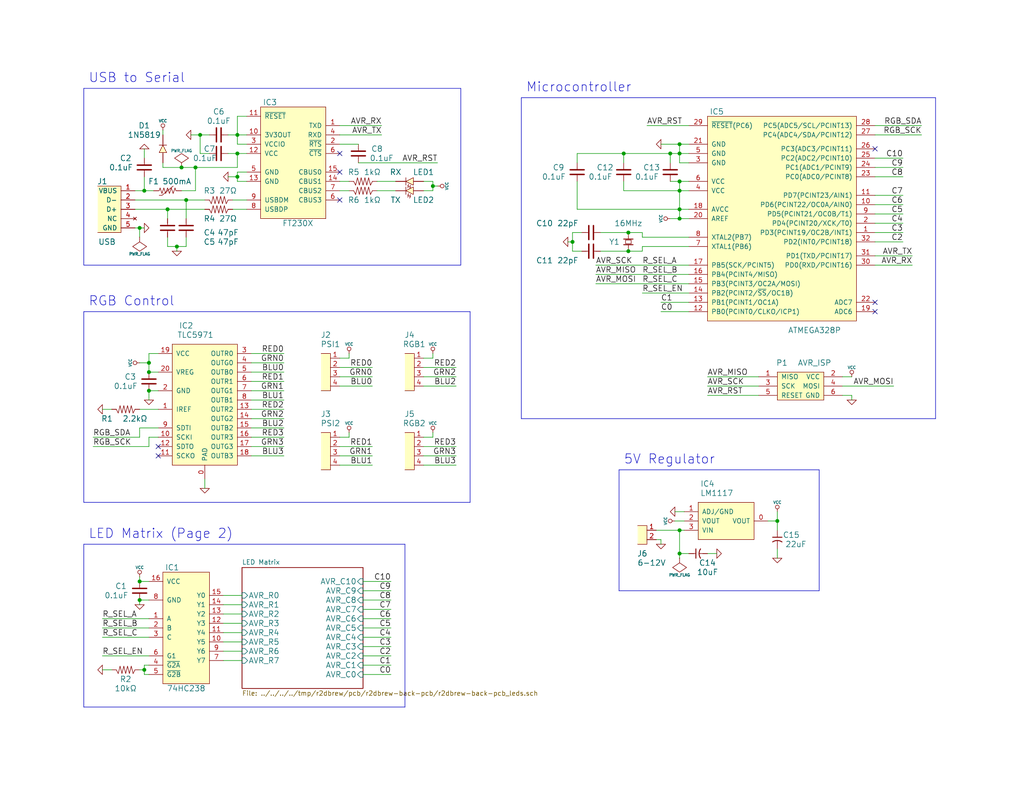
<source format=kicad_sch>
(kicad_sch (version 20230121) (generator eeschema)
  (paper "A")
  (title_block (title "r2dbrew rear head led panel and psi control") (date "01 Apr 2014") (rev "0.1") (company "Wiley Cousins, LLC. for Barton Gilley") (comment 1 "shared under the terms of the Creative Commons Attribution Share-Alike 4.0 license") (comment 2 "open source hardware") (comment 3 "github.com/mcous/r2dbrew"))
  (lib_symbols
    (symbol "r2dbrew-back-pcb-rescue:2PIN_FEMALE" (pin_names (offset 1.016))
      (property "Reference" "J" (at -1.27 5.08 0))
      (property "Value" "2PIN_FEMALE" (at 0 -5.08 0))
      (symbol "2PIN_FEMALE_1_1"
        (pin passive line (at 2.54 1.27 180) (length 2.54) (name "~") (number "1"))
        (pin passive line (at 2.54 -1.27 180) (length 2.54) (name "~") (number "2"))
      )
    )
    (symbol "r2dbrew-back-pcb-rescue:4PIN_FEMALE" (pin_names (offset 1.016))
      (property "Reference" "J" (at -1.27 7.62 0))
      (property "Value" "4PIN_FEMALE" (at 0 -7.62 0))
      (symbol "4PIN_FEMALE_1_1"
        (pin passive line (at 2.54 3.81 180) (length 2.54) (name "~") (number "1"))
        (pin passive line (at 2.54 1.27 180) (length 2.54) (name "~") (number "2"))
        (pin passive line (at 2.54 -1.27 180) (length 2.54) (name "~") (number "3"))
        (pin passive line (at 2.54 -3.81 180) (length 2.54) (name "~") (number "4"))
      )
    )
    (symbol "r2dbrew-back-pcb-rescue:74HC238" (pin_names (offset 1.016))
      (property "Reference" "IC" (at -3.81 16.51 0))
      (property "Value" "74HC238" (at 0 -16.51 0))
      (symbol "74HC238_1_1"
        (pin input line (at -10.16 2.54 0) (length 3.81) (name "A") (number "1"))
        (pin output line (at 10.16 -3.81 180) (length 3.81) (name "Y5") (number "10"))
        (pin output line (at 10.16 -1.27 180) (length 3.81) (name "Y4") (number "11"))
        (pin output line (at 10.16 1.27 180) (length 3.81) (name "Y3") (number "12"))
        (pin output line (at 10.16 3.81 180) (length 3.81) (name "Y2") (number "13"))
        (pin output line (at 10.16 6.35 180) (length 3.81) (name "Y1") (number "14"))
        (pin output line (at 10.16 8.89 180) (length 3.81) (name "Y0") (number "15"))
        (pin power_in line (at -10.16 12.7 0) (length 3.81) (name "VCC") (number "16"))
        (pin input line (at -10.16 0 0) (length 3.81) (name "B") (number "2"))
        (pin input line (at -10.16 -2.54 0) (length 3.81) (name "C") (number "3"))
        (pin input line (at -10.16 -10.16 0) (length 3.81) (name "~{G2A}") (number "4"))
        (pin input line (at -10.16 -12.7 0) (length 3.81) (name "~{G2B}") (number "5"))
        (pin input line (at -10.16 -7.62 0) (length 3.81) (name "G1") (number "6"))
        (pin output line (at 10.16 -8.89 180) (length 3.81) (name "Y7") (number "7"))
        (pin power_in line (at -10.16 7.62 0) (length 3.81) (name "GND") (number "8"))
        (pin output line (at 10.16 -6.35 180) (length 3.81) (name "Y6") (number "9"))
      )
    )
    (symbol "r2dbrew-back-pcb-rescue:ATMEGA328P_TQFP" (pin_names (offset 1.016))
      (property "Reference" "IC" (at -17.78 29.21 0))
      (property "Value" "ATMEGA328P_TQFP" (at 8.89 -30.48 0))
      (symbol "ATMEGA328P_TQFP_1_1"
        (pin bidirectional line (at 25.4 -3.81 180) (length 5.08) (name "PD3(PCINT19/OC2B/INT1)") (number "1"))
        (pin bidirectional line (at 25.4 3.81 180) (length 5.08) (name "PD6(PCINT22/OC0A/AIN0)") (number "10"))
        (pin bidirectional line (at 25.4 6.35 180) (length 5.08) (name "PD7(PCINT23/AIN1)") (number "11"))
        (pin bidirectional line (at -25.4 -25.4 0) (length 5.08) (name "PB0(PCINT0/CLKO/ICP1)") (number "12"))
        (pin bidirectional line (at -25.4 -22.86 0) (length 5.08) (name "PB1(PCINT1/OC1A)") (number "13"))
        (pin bidirectional line (at -25.4 -20.32 0) (length 5.08) (name "PB2(PCINT2/~{SS}/OC1B)") (number "14"))
        (pin bidirectional line (at -25.4 -17.78 0) (length 5.08) (name "PB3(PCINT3/OC2A/MOSI)") (number "15"))
        (pin bidirectional line (at -25.4 -15.24 0) (length 5.08) (name "PB4(PCINT4/MISO)") (number "16"))
        (pin bidirectional line (at -25.4 -12.7 0) (length 5.08) (name "PB5(SCK/PCINT5)") (number "17"))
        (pin power_in line (at -25.4 2.54 0) (length 5.08) (name "AVCC") (number "18"))
        (pin bidirectional line (at 25.4 -25.4 180) (length 5.08) (name "ADC6") (number "19"))
        (pin bidirectional line (at 25.4 -1.27 180) (length 5.08) (name "PD4(PCINT20/XCK/T0)") (number "2"))
        (pin input line (at -25.4 0 0) (length 5.08) (name "AREF") (number "20"))
        (pin power_in line (at -25.4 20.32 0) (length 5.08) (name "GND") (number "21"))
        (pin bidirectional line (at 25.4 -22.86 180) (length 5.08) (name "ADC7") (number "22"))
        (pin bidirectional line (at 25.4 11.43 180) (length 5.08) (name "PC0(ADC0/PCINT8)") (number "23"))
        (pin bidirectional line (at 25.4 13.97 180) (length 5.08) (name "PC1(ADC1/PCINT9)") (number "24"))
        (pin bidirectional line (at 25.4 16.51 180) (length 5.08) (name "PC2(ADC2/PCINT10)") (number "25"))
        (pin bidirectional line (at 25.4 19.05 180) (length 5.08) (name "PC3(ADC3/PCINT11)") (number "26"))
        (pin bidirectional line (at 25.4 22.86 180) (length 5.08) (name "PC4(ADC4/SDA/PCINT12)") (number "27"))
        (pin bidirectional line (at 25.4 25.4 180) (length 5.08) (name "PC5(ADC5/SCL/PCINT13)") (number "28"))
        (pin input line (at -25.4 25.4 0) (length 5.08) (name "~{RESET}(PC6)") (number "29"))
        (pin power_in line (at -25.4 15.24 0) (length 5.08) (name "GND") (number "3"))
        (pin bidirectional line (at 25.4 -12.7 180) (length 5.08) (name "PD0(RXD/PCINT16)") (number "30"))
        (pin bidirectional line (at 25.4 -10.16 180) (length 5.08) (name "PD1(TXD/PCINT17)") (number "31"))
        (pin bidirectional line (at 25.4 -6.35 180) (length 5.08) (name "PD2(INT0/PCINT18)") (number "32"))
        (pin power_in line (at -25.4 7.62 0) (length 5.08) (name "VCC") (number "4"))
        (pin power_in line (at -25.4 17.78 0) (length 5.08) (name "GND") (number "5"))
        (pin power_in line (at -25.4 10.16 0) (length 5.08) (name "VCC") (number "6"))
        (pin input line (at -25.4 -7.62 0) (length 5.08) (name "XTAL1(PB6)") (number "7"))
        (pin input line (at -25.4 -5.08 0) (length 5.08) (name "XTAL2(PB7)") (number "8"))
        (pin bidirectional line (at 25.4 1.27 180) (length 5.08) (name "PD5(PCINT21/OC0B/T1)") (number "9"))
      )
    )
    (symbol "r2dbrew-back-pcb-rescue:AVR_ISP" (pin_names (offset 1.016))
      (property "Reference" "P" (at -5.08 6.35 0))
      (property "Value" "AVR_ISP" (at 1.27 -6.35 0))
      (symbol "AVR_ISP_1_1"
        (pin input line (at -11.43 2.54 0) (length 5.08) (name "MISO") (number "1"))
        (pin power_in line (at 11.43 2.54 180) (length 5.08) (name "VCC") (number "2"))
        (pin output line (at -11.43 0 0) (length 5.08) (name "SCK") (number "3"))
        (pin output line (at 11.43 0 180) (length 5.08) (name "MOSI") (number "4"))
        (pin output line (at -11.43 -2.54 0) (length 5.08) (name "RESET") (number "5"))
        (pin power_in line (at 11.43 -2.54 180) (length 5.08) (name "GND") (number "6"))
      )
    )
    (symbol "r2dbrew-back-pcb-rescue:C" (pin_numbers hide) (pin_names (offset 1.016) hide)
      (property "Reference" "C" (at -1.905 3.175 0))
      (property "Value" "C" (at -2.54 -3.175 0))
      (symbol "C_1_1"
        (pin passive line (at -2.54 0 0) (length 1.27) (name "~") (number "1"))
        (pin passive line (at 2.54 0 180) (length 1.27) (name "~") (number "2"))
      )
    )
    (symbol "r2dbrew-back-pcb-rescue:CRYSTAL" (pin_numbers hide) (pin_names (offset 0.0254) hide)
      (property "Reference" "Y" (at 0 2.54 0))
      (property "Value" "CRYSTAL" (at 0 -2.54 0))
      (symbol "CRYSTAL_1_1"
        (pin passive line (at -2.54 0 0) (length 1.27) (name "1") (number "1"))
        (pin passive line (at 2.54 0 180) (length 1.27) (name "2") (number "2"))
      )
    )
    (symbol "r2dbrew-back-pcb-rescue:C_POL" (pin_numbers hide) (pin_names (offset 1.016) hide)
      (property "Reference" "C" (at -1.397 2.413 0))
      (property "Value" "C_POL" (at 0.254 -2.667 0))
      (symbol "C_POL_1_1"
        (pin passive line (at -2.54 0 0) (length 1.27) (name "~") (number "1"))
        (pin passive line (at 2.54 0 180) (length 1.27) (name "~") (number "2"))
      )
    )
    (symbol "r2dbrew-back-pcb-rescue:D" (pin_numbers hide) (pin_names (offset 1.016) hide)
      (property "Reference" "D" (at -3.81 2.54 0))
      (property "Value" "D" (at 3.81 2.54 0))
      (symbol "D_1_1"
        (pin passive line (at 3.81 0 180) (length 2.54) (name "C") (number "1"))
        (pin passive line (at -3.81 0 0) (length 2.54) (name "A") (number "2"))
      )
    )
    (symbol "r2dbrew-back-pcb-rescue:FT230X_SOP" (pin_names (offset 1.016))
      (property "Reference" "IC" (at -6.35 20.32 0))
      (property "Value" "FT230X_SOP" (at 1.27 -12.7 0))
      (symbol "FT230X_SOP_1_1"
        (pin output line (at 12.7 13.97 180) (length 3.81) (name "TXD") (number "1"))
        (pin power_out line (at -12.7 11.43 0) (length 3.81) (name "3V3OUT") (number "10"))
        (pin input line (at -12.7 16.51 0) (length 3.81) (name "~{RESET}") (number "11"))
        (pin power_in line (at -12.7 6.35 0) (length 3.81) (name "VCC") (number "12"))
        (pin power_in line (at -12.7 -1.27 0) (length 3.81) (name "GND") (number "13"))
        (pin bidirectional line (at 12.7 -1.27 180) (length 3.81) (name "CBUS1") (number "14"))
        (pin bidirectional line (at 12.7 1.27 180) (length 3.81) (name "CBUS0") (number "15"))
        (pin output line (at 12.7 8.89 180) (length 3.81) (name "~{RTS}") (number "2"))
        (pin power_in line (at -12.7 8.89 0) (length 3.81) (name "VCCIO") (number "3"))
        (pin input line (at 12.7 11.43 180) (length 3.81) (name "RXD") (number "4"))
        (pin power_in line (at -12.7 1.27 0) (length 3.81) (name "GND") (number "5"))
        (pin bidirectional line (at 12.7 -6.35 180) (length 3.81) (name "CBUS3") (number "6"))
        (pin output line (at 12.7 6.35 180) (length 3.81) (name "~{CTS}") (number "6"))
        (pin bidirectional line (at 12.7 -3.81 180) (length 3.81) (name "CBUS2") (number "7"))
        (pin input line (at -12.7 -8.89 0) (length 3.81) (name "USBDP") (number "8"))
        (pin input line (at -12.7 -6.35 0) (length 3.81) (name "USBDM") (number "9"))
      )
    )
    (symbol "r2dbrew-back-pcb-rescue:GND" (power) (pin_names (offset 0))
      (symbol "GND_1_1"
        (pin power_in line (at 0 0 90) (length 0) hide (name "GND") (number "1"))
      )
    )
    (symbol "r2dbrew-back-pcb-rescue:LED" (pin_numbers hide) (pin_names (offset 1.016) hide)
      (property "Reference" "LED" (at -3.81 2.54 0))
      (property "Value" "LED" (at 3.81 2.54 0))
      (symbol "LED_1_1"
        (pin passive line (at 3.81 0 180) (length 2.54) (name "C") (number "1"))
        (pin passive line (at -3.81 0 0) (length 2.54) (name "A") (number "2"))
      )
    )
    (symbol "r2dbrew-back-pcb-rescue:LM1117" (pin_names (offset 1.016))
      (property "Reference" "IC" (at -5.08 10.16 0))
      (property "Value" "LM1117" (at -2.54 7.62 0))
      (symbol "LM1117_1_1"
        (pin passive line (at 11.43 0 180) (length 3.81) (name "VOUT") (number "0"))
        (pin passive line (at -11.43 2.54 0) (length 3.81) (name "ADJ/GND") (number "1"))
        (pin power_out line (at -11.43 0 0) (length 3.81) (name "VOUT") (number "2"))
        (pin power_in line (at -11.43 -2.54 0) (length 3.81) (name "VIN") (number "3"))
      )
    )
    (symbol "r2dbrew-back-pcb-rescue:MICROUSB" (pin_names (offset 1.016))
      (property "Reference" "J" (at -3.81 7.62 0))
      (property "Value" "MICROUSB" (at 0 -8.89 0))
      (symbol "MICROUSB_1_1"
        (pin power_out line (at 5.08 5.08 180) (length 3.81) (name "VBUS") (number "1"))
        (pin bidirectional line (at 5.08 2.54 180) (length 3.81) (name "D-") (number "2"))
        (pin bidirectional line (at 5.08 0 180) (length 3.81) (name "D+") (number "3"))
        (pin no_connect line (at 5.08 -2.54 180) (length 3.81) (name "NC") (number "4"))
        (pin power_in line (at 5.08 -5.08 180) (length 3.81) (name "GND") (number "5"))
      )
    )
    (symbol "r2dbrew-back-pcb-rescue:PTC" (pin_numbers hide) (pin_names (offset 1.016) hide)
      (property "Reference" "F" (at -1.27 2.54 0))
      (property "Value" "PTC" (at 0 -2.794 0))
      (symbol "PTC_1_1"
        (pin passive line (at -3.81 0 0) (length 1.27) (name "~") (number "1"))
        (pin passive line (at 3.81 0 180) (length 1.27) (name "~") (number "2"))
      )
    )
    (symbol "r2dbrew-back-pcb-rescue:PWR_FLAG" (power) (pin_numbers hide) (pin_names (offset 0) hide)
      (property "Value" "PWR_FLAG" (at 0 4.572 0))
      (symbol "PWR_FLAG_0_0"
        (pin power_out line (at 0 0 90) (length 0) (name "pwr") (number "1"))
      )
    )
    (symbol "r2dbrew-back-pcb-rescue:R" (pin_numbers hide) (pin_names (offset 1.016) hide)
      (property "Reference" "R" (at -2.54 2.54 0))
      (property "Value" "R" (at 2.54 2.54 0))
      (symbol "R_1_1"
        (pin passive line (at -3.81 0 0) (length 1.27) (name "~") (number "1"))
        (pin passive line (at 3.81 0 180) (length 1.27) (name "~") (number "2"))
      )
    )
    (symbol "r2dbrew-back-pcb-rescue:TLC5971_SOP" (pin_names (offset 1.016))
      (property "Reference" "IC" (at -5.08 21.59 0))
      (property "Value" "TLC5971_SOP" (at 0 19.05 0))
      (symbol "TLC5971_SOP_1_1"
        (pin power_in line (at 0 -20.32 90) (length 3.81) (name "PAD") (number "0"))
        (pin passive line (at -12.7 -1.27 0) (length 3.81) (name "IREF") (number "1"))
        (pin input line (at -12.7 -8.89 0) (length 3.81) (name "SCKI") (number "10"))
        (pin output line (at -12.7 -13.97 0) (length 3.81) (name "SCKO") (number "11"))
        (pin output line (at -12.7 -11.43 0) (length 3.81) (name "SDTO") (number "12"))
        (pin passive line (at 12.7 -1.27 180) (length 3.81) (name "OUTR2") (number "13"))
        (pin passive line (at 12.7 -3.81 180) (length 3.81) (name "OUTG2") (number "14"))
        (pin passive line (at 12.7 -6.35 180) (length 3.81) (name "OUTB2") (number "15"))
        (pin passive line (at 12.7 -8.89 180) (length 3.81) (name "OUTR3") (number "16"))
        (pin passive line (at 12.7 -11.43 180) (length 3.81) (name "OUTG3") (number "17"))
        (pin passive line (at 12.7 -13.97 180) (length 3.81) (name "OUTB3") (number "18"))
        (pin power_in line (at -12.7 13.97 0) (length 3.81) (name "VCC") (number "19"))
        (pin power_in line (at -12.7 3.81 0) (length 3.81) (name "GND") (number "2"))
        (pin passive line (at -12.7 8.89 0) (length 3.81) (name "VREG") (number "20"))
        (pin passive line (at 12.7 13.97 180) (length 3.81) (name "OUTR0") (number "3"))
        (pin passive line (at 12.7 11.43 180) (length 3.81) (name "OUTG0") (number "4"))
        (pin passive line (at 12.7 8.89 180) (length 3.81) (name "OUTB0") (number "5"))
        (pin passive line (at 12.7 6.35 180) (length 3.81) (name "OUTR1") (number "6"))
        (pin passive line (at 12.7 3.81 180) (length 3.81) (name "OUTG1") (number "7"))
        (pin passive line (at 12.7 1.27 180) (length 3.81) (name "OUTB1") (number "8"))
        (pin input line (at -12.7 -6.35 0) (length 3.81) (name "SDTI") (number "9"))
      )
    )
    (symbol "r2dbrew-back-pcb-rescue:VCC" (power) (pin_names (offset 0))
      (property "Value" "VCC" (at 0 2.54 0))
      (symbol "VCC_0_0"
        (pin power_in line (at 0 0 90) (length 0) hide (name "VCC") (number "1"))
      )
    )
  )
  (junction (at 185.42 144.78))
  (junction (at 64.77 41.91))
  (junction (at 170.18 41.91))
  (junction (at 64.77 36.83))
  (junction (at 185.42 52.07))
  (junction (at 53.34 45.72))
  (junction (at 50.8 54.61))
  (junction (at 40.64 106.68))
  (junction (at 185.42 39.37))
  (junction (at 54.61 36.83))
  (junction (at 156.21 66.04))
  (junction (at 48.26 67.31))
  (junction (at 118.11 50.8))
  (junction (at 185.42 151.13))
  (junction (at 38.1 163.83))
  (junction (at 49.53 45.72))
  (junction (at 40.64 99.06))
  (junction (at 212.09 142.24))
  (junction (at 185.42 49.53))
  (junction (at 171.45 63.5))
  (junction (at 64.77 48.26))
  (junction (at 171.45 68.58))
  (junction (at 45.72 57.15))
  (junction (at 40.64 101.6))
  (junction (at 182.88 41.91))
  (junction (at 38.1 158.75))
  (junction (at 185.42 57.15))
  (junction (at 38.1 62.23))
  (junction (at 39.37 182.88))
  (junction (at 39.37 52.07))
  (junction (at 185.42 59.69))
  (junction (at 185.42 41.91))
  (no_connect (at 43.18 124.46))
  (no_connect (at 92.71 46.99))
  (no_connect (at 238.76 85.09))
  (no_connect (at 238.76 82.55))
  (no_connect (at 92.71 54.61))
  (no_connect (at 92.71 41.91))
  (no_connect (at 238.76 40.64))
  (no_connect (at 43.18 121.92))
  (wire (pts (xy 40.64 96.52) (xy 40.64 99.06)))
  (wire (pts (xy 118.11 49.53) (xy 115.57 49.53)))
  (wire (pts (xy 48.26 68.58) (xy 48.26 67.31)))
  (polyline (pts (xy 255.27 114.3) (xy 255.27 26.67)))
  (wire (pts (xy 64.77 39.37) (xy 67.31 39.37)))
  (wire (pts (xy 77.47 111.76) (xy 68.58 111.76)))
  (wire (pts (xy 77.47 104.14) (xy 68.58 104.14)))
  (wire (pts (xy 99.06 171.45) (xy 106.68 171.45)))
  (wire (pts (xy 175.26 63.5) (xy 171.45 63.5)))
  (wire (pts (xy 50.8 59.69) (xy 50.8 54.61)))
  (wire (pts (xy 175.26 68.58) (xy 171.45 68.58)))
  (wire (pts (xy 156.21 63.5) (xy 156.21 66.04)))
  (polyline (pts (xy 128.27 137.16) (xy 128.27 85.09)))
  (wire (pts (xy 187.96 44.45) (xy 185.42 44.45)))
  (wire (pts (xy 157.48 41.91) (xy 170.18 41.91)))
  (wire (pts (xy 207.01 102.87) (xy 193.04 102.87)))
  (wire (pts (xy 246.38 55.88) (xy 238.76 55.88)))
  (wire (pts (xy 124.46 100.33) (xy 115.57 100.33)))
  (wire (pts (xy 157.48 49.53) (xy 157.48 57.15)))
  (wire (pts (xy 48.26 67.31) (xy 50.8 67.31)))
  (polyline (pts (xy 223.52 128.27) (xy 168.91 128.27)))
  (wire (pts (xy 180.34 39.37) (xy 185.42 39.37)))
  (wire (pts (xy 107.95 52.07) (xy 102.87 52.07)))
  (wire (pts (xy 45.72 57.15) (xy 55.88 57.15)))
  (wire (pts (xy 53.34 52.07) (xy 53.34 45.72)))
  (wire (pts (xy 38.1 163.83) (xy 40.64 163.83)))
  (wire (pts (xy 39.37 182.88) (xy 39.37 184.15)))
  (wire (pts (xy 118.11 50.8) (xy 118.11 52.07)))
  (wire (pts (xy 185.42 52.07) (xy 187.96 52.07)))
  (wire (pts (xy 27.94 179.07) (xy 40.64 179.07)))
  (wire (pts (xy 124.46 102.87) (xy 115.57 102.87)))
  (wire (pts (xy 119.38 44.45) (xy 97.79 44.45)))
  (wire (pts (xy 60.96 165.1) (xy 66.04 165.1)))
  (wire (pts (xy 104.14 36.83) (xy 92.71 36.83)))
  (wire (pts (xy 119.38 50.8) (xy 118.11 50.8)))
  (wire (pts (xy 63.5 54.61) (xy 67.31 54.61)))
  (wire (pts (xy 106.68 168.91) (xy 99.06 168.91)))
  (wire (pts (xy 124.46 124.46) (xy 115.57 124.46)))
  (wire (pts (xy 180.34 147.32) (xy 179.07 147.32)))
  (wire (pts (xy 101.6 105.41) (xy 92.71 105.41)))
  (wire (pts (xy 106.68 173.99) (xy 99.06 173.99)))
  (wire (pts (xy 95.25 97.79) (xy 92.71 97.79)))
  (polyline (pts (xy 22.86 85.09) (xy 22.86 137.16)))
  (wire (pts (xy 185.42 41.91) (xy 187.96 41.91)))
  (wire (pts (xy 180.34 148.59) (xy 180.34 147.32)))
  (wire (pts (xy 182.88 59.69) (xy 185.42 59.69)))
  (wire (pts (xy 185.42 144.78) (xy 186.69 144.78)))
  (wire (pts (xy 176.53 34.29) (xy 187.96 34.29)))
  (wire (pts (xy 45.72 59.69) (xy 45.72 57.15)))
  (polyline (pts (xy 125.73 72.39) (xy 125.73 24.13)))
  (polyline (pts (xy 22.86 72.39) (xy 125.73 72.39)))
  (wire (pts (xy 106.68 179.07) (xy 99.06 179.07)))
  (polyline (pts (xy 142.24 114.3) (xy 255.27 114.3)))
  (wire (pts (xy 54.61 41.91) (xy 57.15 41.91)))
  (wire (pts (xy 101.6 102.87) (xy 92.71 102.87)))
  (wire (pts (xy 171.45 63.5) (xy 163.83 63.5)))
  (polyline (pts (xy 22.86 137.16) (xy 128.27 137.16)))
  (wire (pts (xy 77.47 121.92) (xy 68.58 121.92)))
  (wire (pts (xy 251.46 36.83) (xy 238.76 36.83)))
  (wire (pts (xy 62.23 36.83) (xy 64.77 36.83)))
  (wire (pts (xy 156.21 66.04) (xy 156.21 68.58)))
  (wire (pts (xy 44.45 45.72) (xy 44.45 44.45)))
  (wire (pts (xy 77.47 101.6) (xy 68.58 101.6)))
  (wire (pts (xy 45.72 67.31) (xy 45.72 64.77)))
  (wire (pts (xy 185.42 49.53) (xy 187.96 49.53)))
  (wire (pts (xy 184.15 142.24) (xy 186.69 142.24)))
  (wire (pts (xy 77.47 116.84) (xy 68.58 116.84)))
  (wire (pts (xy 40.64 96.52) (xy 43.18 96.52)))
  (wire (pts (xy 95.25 49.53) (xy 92.71 49.53)))
  (wire (pts (xy 193.04 105.41) (xy 207.01 105.41)))
  (wire (pts (xy 64.77 31.75) (xy 64.77 36.83)))
  (wire (pts (xy 185.42 151.13) (xy 187.96 151.13)))
  (wire (pts (xy 175.26 67.31) (xy 175.26 68.58)))
  (wire (pts (xy 182.88 44.45) (xy 182.88 41.91)))
  (polyline (pts (xy 125.73 24.13) (xy 22.86 24.13)))
  (wire (pts (xy 95.25 96.52) (xy 95.25 97.79)))
  (wire (pts (xy 212.09 142.24) (xy 212.09 144.78)))
  (wire (pts (xy 55.88 133.35) (xy 55.88 130.81)))
  (wire (pts (xy 38.1 165.1) (xy 38.1 163.83)))
  (wire (pts (xy 175.26 64.77) (xy 175.26 63.5)))
  (wire (pts (xy 38.1 119.38) (xy 38.1 116.84)))
  (wire (pts (xy 238.76 53.34) (xy 246.38 53.34)))
  (polyline (pts (xy 255.27 26.67) (xy 142.24 26.67)))
  (wire (pts (xy 248.92 69.85) (xy 238.76 69.85)))
  (wire (pts (xy 27.94 168.91) (xy 40.64 168.91)))
  (wire (pts (xy 207.01 107.95) (xy 193.04 107.95)))
  (wire (pts (xy 185.42 151.13) (xy 185.42 152.4)))
  (wire (pts (xy 170.18 49.53) (xy 170.18 52.07)))
  (wire (pts (xy 38.1 116.84) (xy 43.18 116.84)))
  (wire (pts (xy 106.68 181.61) (xy 99.06 181.61)))
  (wire (pts (xy 246.38 60.96) (xy 238.76 60.96)))
  (wire (pts (xy 162.56 74.93) (xy 187.96 74.93)))
  (wire (pts (xy 162.56 72.39) (xy 187.96 72.39)))
  (wire (pts (xy 64.77 48.26) (xy 64.77 49.53)))
  (wire (pts (xy 118.11 96.52) (xy 118.11 97.79)))
  (wire (pts (xy 195.58 151.13) (xy 193.04 151.13)))
  (wire (pts (xy 64.77 46.99) (xy 67.31 46.99)))
  (wire (pts (xy 229.87 102.87) (xy 232.41 102.87)))
  (wire (pts (xy 64.77 36.83) (xy 64.77 39.37)))
  (wire (pts (xy 77.47 109.22) (xy 68.58 109.22)))
  (wire (pts (xy 229.87 105.41) (xy 243.84 105.41)))
  (wire (pts (xy 40.64 119.38) (xy 40.64 121.92)))
  (wire (pts (xy 25.4 119.38) (xy 38.1 119.38)))
  (wire (pts (xy 49.53 52.07) (xy 53.34 52.07)))
  (wire (pts (xy 185.42 57.15) (xy 187.96 57.15)))
  (wire (pts (xy 38.1 111.76) (xy 43.18 111.76)))
  (wire (pts (xy 185.42 59.69) (xy 187.96 59.69)))
  (wire (pts (xy 63.5 57.15) (xy 67.31 57.15)))
  (polyline (pts (xy 168.91 161.29) (xy 223.52 161.29)))
  (wire (pts (xy 238.76 58.42) (xy 246.38 58.42)))
  (wire (pts (xy 246.38 66.04) (xy 238.76 66.04)))
  (wire (pts (xy 50.8 67.31) (xy 50.8 64.77)))
  (wire (pts (xy 64.77 41.91) (xy 67.31 41.91)))
  (wire (pts (xy 185.42 57.15) (xy 185.42 59.69)))
  (wire (pts (xy 44.45 45.72) (xy 49.53 45.72)))
  (wire (pts (xy 40.64 101.6) (xy 43.18 101.6)))
  (wire (pts (xy 238.76 34.29) (xy 251.46 34.29)))
  (wire (pts (xy 50.8 54.61) (xy 55.88 54.61)))
  (wire (pts (xy 38.1 62.23) (xy 36.83 62.23)))
  (wire (pts (xy 40.64 106.68) (xy 43.18 106.68)))
  (wire (pts (xy 39.37 62.23) (xy 38.1 62.23)))
  (wire (pts (xy 40.64 121.92) (xy 25.4 121.92)))
  (wire (pts (xy 101.6 127) (xy 92.71 127)))
  (wire (pts (xy 44.45 36.83) (xy 44.45 35.56)))
  (wire (pts (xy 106.68 163.83) (xy 99.06 163.83)))
  (wire (pts (xy 40.64 99.06) (xy 40.64 101.6)))
  (wire (pts (xy 77.47 114.3) (xy 68.58 114.3)))
  (polyline (pts (xy 22.86 148.59) (xy 22.86 193.04)))
  (wire (pts (xy 248.92 72.39) (xy 238.76 72.39)))
  (wire (pts (xy 157.48 41.91) (xy 157.48 44.45)))
  (wire (pts (xy 64.77 49.53) (xy 67.31 49.53)))
  (wire (pts (xy 99.06 176.53) (xy 106.68 176.53)))
  (wire (pts (xy 49.53 45.72) (xy 53.34 45.72)))
  (wire (pts (xy 77.47 106.68) (xy 68.58 106.68)))
  (wire (pts (xy 54.61 36.83) (xy 54.61 41.91)))
  (wire (pts (xy 182.88 49.53) (xy 185.42 49.53)))
  (wire (pts (xy 118.11 49.53) (xy 118.11 50.8)))
  (polyline (pts (xy 128.27 85.09) (xy 22.86 85.09)))
  (wire (pts (xy 185.42 52.07) (xy 185.42 57.15)))
  (wire (pts (xy 60.96 175.26) (xy 66.04 175.26)))
  (wire (pts (xy 246.38 43.18) (xy 238.76 43.18)))
  (wire (pts (xy 106.68 161.29) (xy 99.06 161.29)))
  (wire (pts (xy 185.42 144.78) (xy 185.42 151.13)))
  (wire (pts (xy 180.34 82.55) (xy 187.96 82.55)))
  (wire (pts (xy 77.47 96.52) (xy 68.58 96.52)))
  (wire (pts (xy 45.72 67.31) (xy 48.26 67.31)))
  (polyline (pts (xy 22.86 24.13) (xy 22.86 72.39)))
  (wire (pts (xy 64.77 36.83) (xy 67.31 36.83)))
  (wire (pts (xy 162.56 77.47) (xy 187.96 77.47)))
  (wire (pts (xy 38.1 64.77) (xy 38.1 62.23)))
  (wire (pts (xy 38.1 99.06) (xy 40.64 99.06)))
  (wire (pts (xy 170.18 52.07) (xy 185.42 52.07)))
  (wire (pts (xy 185.42 39.37) (xy 187.96 39.37)))
  (wire (pts (xy 212.09 152.4) (xy 212.09 149.86)))
  (wire (pts (xy 97.79 39.37) (xy 92.71 39.37)))
  (wire (pts (xy 118.11 118.11) (xy 118.11 119.38)))
  (polyline (pts (xy 110.49 193.04) (xy 110.49 148.59)))
  (wire (pts (xy 187.96 67.31) (xy 175.26 67.31)))
  (wire (pts (xy 39.37 181.61) (xy 39.37 182.88)))
  (wire (pts (xy 124.46 121.92) (xy 115.57 121.92)))
  (polyline (pts (xy 110.49 148.59) (xy 22.86 148.59)))
  (wire (pts (xy 182.88 41.91) (xy 185.42 41.91)))
  (wire (pts (xy 43.18 119.38) (xy 40.64 119.38)))
  (wire (pts (xy 232.41 107.95) (xy 229.87 107.95)))
  (wire (pts (xy 184.15 139.7) (xy 186.69 139.7)))
  (wire (pts (xy 118.11 119.38) (xy 115.57 119.38)))
  (wire (pts (xy 39.37 52.07) (xy 41.91 52.07)))
  (wire (pts (xy 246.38 45.72) (xy 238.76 45.72)))
  (wire (pts (xy 39.37 52.07) (xy 39.37 48.26)))
  (wire (pts (xy 156.21 68.58) (xy 158.75 68.58)))
  (wire (pts (xy 36.83 52.07) (xy 39.37 52.07)))
  (wire (pts (xy 60.96 180.34) (xy 66.04 180.34)))
  (wire (pts (xy 27.94 182.88) (xy 30.48 182.88)))
  (polyline (pts (xy 142.24 26.67) (xy 142.24 114.3)))
  (wire (pts (xy 104.14 34.29) (xy 92.71 34.29)))
  (wire (pts (xy 187.96 64.77) (xy 175.26 64.77)))
  (wire (pts (xy 64.77 45.72) (xy 64.77 41.91)))
  (wire (pts (xy 156.21 63.5) (xy 158.75 63.5)))
  (wire (pts (xy 38.1 157.48) (xy 38.1 158.75)))
  (wire (pts (xy 77.47 119.38) (xy 68.58 119.38)))
  (wire (pts (xy 179.07 144.78) (xy 185.42 144.78)))
  (wire (pts (xy 77.47 124.46) (xy 68.58 124.46)))
  (wire (pts (xy 27.94 173.99) (xy 40.64 173.99)))
  (wire (pts (xy 185.42 49.53) (xy 185.42 52.07)))
  (wire (pts (xy 185.42 41.91) (xy 185.42 39.37)))
  (wire (pts (xy 62.23 48.26) (xy 64.77 48.26)))
  (wire (pts (xy 171.45 68.58) (xy 163.83 68.58)))
  (wire (pts (xy 212.09 139.7) (xy 212.09 142.24)))
  (wire (pts (xy 101.6 100.33) (xy 92.71 100.33)))
  (wire (pts (xy 106.68 184.15) (xy 99.06 184.15)))
  (wire (pts (xy 157.48 57.15) (xy 185.42 57.15)))
  (wire (pts (xy 246.38 48.26) (xy 238.76 48.26)))
  (wire (pts (xy 27.94 171.45) (xy 40.64 171.45)))
  (wire (pts (xy 118.11 97.79) (xy 115.57 97.79)))
  (polyline (pts (xy 22.86 193.04) (xy 110.49 193.04)))
  (wire (pts (xy 180.34 85.09) (xy 187.96 85.09)))
  (wire (pts (xy 106.68 158.75) (xy 99.06 158.75)))
  (wire (pts (xy 99.06 166.37) (xy 106.68 166.37)))
  (wire (pts (xy 232.41 109.22) (xy 232.41 107.95)))
  (wire (pts (xy 238.76 63.5) (xy 246.38 63.5)))
  (wire (pts (xy 101.6 124.46) (xy 92.71 124.46)))
  (wire (pts (xy 95.25 52.07) (xy 92.71 52.07)))
  (wire (pts (xy 39.37 184.15) (xy 40.64 184.15)))
  (wire (pts (xy 60.96 162.56) (xy 66.04 162.56)))
  (wire (pts (xy 101.6 121.92) (xy 92.71 121.92)))
  (wire (pts (xy 118.11 52.07) (xy 115.57 52.07)))
  (wire (pts (xy 40.64 109.22) (xy 40.64 106.68)))
  (wire (pts (xy 52.07 36.83) (xy 54.61 36.83)))
  (wire (pts (xy 60.96 167.64) (xy 66.04 167.64)))
  (wire (pts (xy 60.96 177.8) (xy 66.04 177.8)))
  (wire (pts (xy 107.95 49.53) (xy 102.87 49.53)))
  (wire (pts (xy 60.96 170.18) (xy 66.04 170.18)))
  (wire (pts (xy 95.25 118.11) (xy 95.25 119.38)))
  (wire (pts (xy 60.96 172.72) (xy 66.04 172.72)))
  (wire (pts (xy 27.94 111.76) (xy 30.48 111.76)))
  (wire (pts (xy 77.47 99.06) (xy 68.58 99.06)))
  (polyline (pts (xy 223.52 161.29) (xy 223.52 128.27)))
  (wire (pts (xy 209.55 142.24) (xy 212.09 142.24)))
  (wire (pts (xy 36.83 57.15) (xy 45.72 57.15)))
  (wire (pts (xy 154.94 66.04) (xy 156.21 66.04)))
  (wire (pts (xy 175.26 80.01) (xy 187.96 80.01)))
  (wire (pts (xy 170.18 41.91) (xy 182.88 41.91)))
  (wire (pts (xy 38.1 158.75) (xy 40.64 158.75)))
  (wire (pts (xy 39.37 181.61) (xy 40.64 181.61)))
  (wire (pts (xy 124.46 127) (xy 115.57 127)))
  (polyline (pts (xy 168.91 128.27) (xy 168.91 161.29)))
  (wire (pts (xy 67.31 31.75) (xy 64.77 31.75)))
  (wire (pts (xy 62.23 41.91) (xy 64.77 41.91)))
  (wire (pts (xy 185.42 44.45) (xy 185.42 41.91)))
  (wire (pts (xy 54.61 36.83) (xy 57.15 36.83)))
  (wire (pts (xy 170.18 44.45) (xy 170.18 41.91)))
  (wire (pts (xy 53.34 45.72) (xy 64.77 45.72)))
  (wire (pts (xy 64.77 46.99) (xy 64.77 48.26)))
  (wire (pts (xy 39.37 40.64) (xy 39.37 43.18)))
  (wire (pts (xy 95.25 119.38) (xy 92.71 119.38)))
  (wire (pts (xy 124.46 105.41) (xy 115.57 105.41)))
  (wire (pts (xy 36.83 54.61) (xy 50.8 54.61)))
  (wire (pts (xy 38.1 182.88) (xy 39.37 182.88)))
  (text "Microcontroller" (at 143.51 25.4 0) (effects (font (size 2.54 2.54)) (justify left bottom)))
  (text "5V Regulator" (at 170.18 127 0) (effects (font (size 2.54 2.54)) (justify left bottom)))
  (text "LED Matrix (Page 2)" (at 24.13 147.32 0) (effects (font (size 2.54 2.54)) (justify left bottom)))
  (text "RGB Control" (at 24.13 83.82 0) (effects (font (size 2.54 2.54)) (justify left bottom)))
  (text "USB to Serial" (at 24.13 22.86 0) (effects (font (size 2.54 2.54)) (justify left bottom)))
  (label "BLU2" (at 124.46 105.41 180) (effects (font (size 1.524 1.524))))
  (label "C7" (at 246.38 53.34 180) (effects (font (size 1.524 1.524))))
  (label "C2" (at 246.38 66.04 180) (effects (font (size 1.524 1.524))))
  (label "GRN0" (at 101.6 102.87 180) (effects (font (size 1.524 1.524))))
  (label "RED0" (at 101.6 100.33 180) (effects (font (size 1.524 1.524))))
  (label "C7" (at 106.68 166.37 180) (effects (font (size 1.524 1.524))))
  (label "RED3" (at 124.46 121.92 180) (effects (font (size 1.524 1.524))))
  (label "AVR_MOSI" (at 243.84 105.41 180) (effects (font (size 1.524 1.524))))
  (label "C5" (at 106.68 171.45 180) (effects (font (size 1.524 1.524))))
  (label "BLU1" (at 77.47 109.22 180) (effects (font (size 1.524 1.524))))
  (label "RED0" (at 77.47 96.52 180) (effects (font (size 1.524 1.524))))
  (label "C5" (at 246.38 58.42 180) (effects (font (size 1.524 1.524))))
  (label "AVR_TX" (at 104.14 36.83 180) (effects (font (size 1.524 1.524))))
  (label "R_SEL_C" (at 175.26 77.47 0) (effects (font (size 1.524 1.524))))
  (label "BLU0" (at 101.6 105.41 180) (effects (font (size 1.524 1.524))))
  (label "AVR_RX" (at 248.92 72.39 180) (effects (font (size 1.524 1.524))))
  (label "R_SEL_EN" (at 27.94 179.07 0) (effects (font (size 1.524 1.524))))
  (label "RED3" (at 77.47 119.38 180) (effects (font (size 1.524 1.524))))
  (label "AVR_RST" (at 176.53 34.29 0) (effects (font (size 1.524 1.524))))
  (label "R_SEL_C" (at 27.94 173.99 0) (effects (font (size 1.524 1.524))))
  (label "C6" (at 246.38 55.88 180) (effects (font (size 1.524 1.524))))
  (label "GRN3" (at 77.47 121.92 180) (effects (font (size 1.524 1.524))))
  (label "AVR_SCK" (at 162.56 72.39 0) (effects (font (size 1.524 1.524))))
  (label "GRN3" (at 124.46 124.46 180) (effects (font (size 1.524 1.524))))
  (label "BLU3" (at 77.47 124.46 180) (effects (font (size 1.524 1.524))))
  (label "RED1" (at 77.47 104.14 180) (effects (font (size 1.524 1.524))))
  (label "GRN1" (at 77.47 106.68 180) (effects (font (size 1.524 1.524))))
  (label "AVR_RST" (at 119.38 44.45 180) (effects (font (size 1.524 1.524))))
  (label "C2" (at 106.68 179.07 180) (effects (font (size 1.524 1.524))))
  (label "C10" (at 106.68 158.75 180) (effects (font (size 1.524 1.524))))
  (label "RED1" (at 101.6 121.92 180) (effects (font (size 1.524 1.524))))
  (label "GRN0" (at 77.47 99.06 180) (effects (font (size 1.524 1.524))))
  (label "R_SEL_EN" (at 175.26 80.01 0) (effects (font (size 1.524 1.524))))
  (label "RGB_SDA" (at 251.46 34.29 180) (effects (font (size 1.524 1.524))))
  (label "GRN1" (at 101.6 124.46 180) (effects (font (size 1.524 1.524))))
  (label "BLU3" (at 124.46 127 180) (effects (font (size 1.524 1.524))))
  (label "C0" (at 106.68 184.15 180) (effects (font (size 1.524 1.524))))
  (label "C3" (at 246.38 63.5 180) (effects (font (size 1.524 1.524))))
  (label "BLU2" (at 77.47 116.84 180) (effects (font (size 1.524 1.524))))
  (label "AVR_RX" (at 104.14 34.29 180) (effects (font (size 1.524 1.524))))
  (label "GRN2" (at 124.46 102.87 180) (effects (font (size 1.524 1.524))))
  (label "RED2" (at 77.47 111.76 180) (effects (font (size 1.524 1.524))))
  (label "RED2" (at 124.46 100.33 180) (effects (font (size 1.524 1.524))))
  (label "AVR_MOSI" (at 162.56 77.47 0) (effects (font (size 1.524 1.524))))
  (label "C4" (at 246.38 60.96 180) (effects (font (size 1.524 1.524))))
  (label "C9" (at 246.38 45.72 180) (effects (font (size 1.524 1.524))))
  (label "AVR_TX" (at 248.92 69.85 180) (effects (font (size 1.524 1.524))))
  (label "R_SEL_B" (at 175.26 74.93 0) (effects (font (size 1.524 1.524))))
  (label "AVR_MISO" (at 162.56 74.93 0) (effects (font (size 1.524 1.524))))
  (label "RGB_SDA" (at 25.4 119.38 0) (effects (font (size 1.524 1.524))))
  (label "AVR_MISO" (at 193.04 102.87 0) (effects (font (size 1.524 1.524))))
  (label "BLU1" (at 101.6 127 180) (effects (font (size 1.524 1.524))))
  (label "RGB_SCK" (at 25.4 121.92 0) (effects (font (size 1.524 1.524))))
  (label "GRN2" (at 77.47 114.3 180) (effects (font (size 1.524 1.524))))
  (label "C10" (at 246.38 43.18 180) (effects (font (size 1.524 1.524))))
  (label "C4" (at 106.68 173.99 180) (effects (font (size 1.524 1.524))))
  (label "AVR_RST" (at 193.04 107.95 0) (effects (font (size 1.524 1.524))))
  (label "C3" (at 106.68 176.53 180) (effects (font (size 1.524 1.524))))
  (label "C9" (at 106.68 161.29 180) (effects (font (size 1.524 1.524))))
  (label "C8" (at 106.68 163.83 180) (effects (font (size 1.524 1.524))))
  (label "BLU0" (at 77.47 101.6 180) (effects (font (size 1.524 1.524))))
  (label "R_SEL_A" (at 175.26 72.39 0) (effects (font (size 1.524 1.524))))
  (label "C6" (at 106.68 168.91 180) (effects (font (size 1.524 1.524))))
  (label "C0" (at 180.34 85.09 0) (effects (font (size 1.524 1.524))))
  (label "RGB_SCK" (at 251.46 36.83 180) (effects (font (size 1.524 1.524))))
  (label "C1" (at 106.68 181.61 180) (effects (font (size 1.524 1.524))))
  (label "R_SEL_B" (at 27.94 171.45 0) (effects (font (size 1.524 1.524))))
  (label "C1" (at 180.34 82.55 0) (effects (font (size 1.524 1.524))))
  (label "R_SEL_A" (at 27.94 168.91 0) (effects (font (size 1.524 1.524))))
  (label "AVR_SCK" (at 193.04 105.41 0) (effects (font (size 1.524 1.524))))
  (label "C8" (at 246.38 48.26 180) (effects (font (size 1.524 1.524))))
  (symbol (lib_id "r2dbrew-back-pcb-rescue:2PIN_FEMALE") (at 176.53 146.05 0) (unit 1)
    (property "Reference" "J6" (at 175.26 151.13 0) (effects (font (size 1.524 1.524))))
    (property "Value" "6-12V" (at 177.8 153.67 0) (effects (font (size 1.524 1.524))))
  )
  (symbol (lib_id "r2dbrew-back-pcb-rescue:LM1117") (at 198.12 142.24 0) (unit 1)
    (property "Reference" "IC4" (at 193.04 132.08 0) (effects (font (size 1.524 1.524))))
    (property "Value" "LM1117" (at 195.58 134.62 0) (effects (font (size 1.524 1.524))))
  )
  (symbol (lib_id "r2dbrew-back-pcb-rescue:GND") (at 180.34 148.59 0) (unit 1)
    (property "Reference" "#PWR01" (effects hide))
    (property "Value" "GND" (effects hide))
  )
  (symbol (lib_id "r2dbrew-back-pcb-rescue:PWR_FLAG") (at 185.42 152.4 180) (unit 1)
    (property "Reference" "#FLG02" (effects hide))
    (property "Value" "PWR_FLAG" (at 185.42 156.972 0) (effects (font (size 0.762 0.762))))
  )
  (symbol (lib_id "r2dbrew-back-pcb-rescue:VCC") (at 184.15 142.24 90) (unit 1)
    (property "Reference" "#PWR03" (effects hide))
    (property "Value" "VCC" (at 181.61 142.24 0) (effects (font (size 0.762 0.762))))
  )
  (symbol (lib_id "r2dbrew-back-pcb-rescue:GND") (at 184.15 139.7 270) (unit 1)
    (property "Reference" "#PWR04" (effects hide))
    (property "Value" "GND" (effects hide))
  )
  (symbol (lib_id "r2dbrew-back-pcb-rescue:C_POL") (at 190.5 151.13 0) (unit 1)
    (property "Reference" "C14" (at 193.04 153.67 0) (effects (font (size 1.524 1.524))))
    (property "Value" "10uF" (at 193.04 156.21 0) (effects (font (size 1.524 1.524))))
  )
  (symbol (lib_id "r2dbrew-back-pcb-rescue:GND") (at 195.58 151.13 90) (unit 1)
    (property "Reference" "#PWR05" (effects hide))
    (property "Value" "GND" (effects hide))
  )
  (symbol (lib_id "r2dbrew-back-pcb-rescue:C_POL") (at 212.09 147.32 270) (unit 1)
    (property "Reference" "C15" (at 215.9 146.05 90) (effects (font (size 1.524 1.524))))
    (property "Value" "22uF" (at 217.17 148.59 90) (effects (font (size 1.524 1.524))))
  )
  (symbol (lib_id "r2dbrew-back-pcb-rescue:VCC") (at 212.09 139.7 0) (unit 1)
    (property "Reference" "#PWR06" (effects hide))
    (property "Value" "VCC" (at 212.09 137.16 0) (effects (font (size 0.762 0.762))))
  )
  (symbol (lib_id "r2dbrew-back-pcb-rescue:GND") (at 212.09 152.4 0) (unit 1)
    (property "Reference" "#PWR07" (effects hide))
    (property "Value" "GND" (effects hide))
  )
  (symbol (lib_id "r2dbrew-back-pcb-rescue:ATMEGA328P_TQFP") (at 213.36 59.69 0) (unit 1)
    (property "Reference" "IC5" (at 195.58 30.48 0) (effects (font (size 1.524 1.524))))
    (property "Value" "ATMEGA328P" (at 222.25 90.17 0) (effects (font (size 1.524 1.524))))
  )
  (symbol (lib_id "r2dbrew-back-pcb-rescue:74HC238") (at 50.8 171.45 0) (unit 1)
    (property "Reference" "IC1" (at 46.99 154.94 0) (effects (font (size 1.524 1.524))))
    (property "Value" "74HC238" (at 50.8 187.96 0) (effects (font (size 1.524 1.524))))
  )
  (symbol (lib_id "r2dbrew-back-pcb-rescue:C") (at 38.1 161.29 90) (unit 1)
    (property "Reference" "C1" (at 33.02 160.02 90) (effects (font (size 1.524 1.524))))
    (property "Value" "0.1uF" (at 31.75 162.56 90) (effects (font (size 1.524 1.524))))
  )
  (symbol (lib_id "r2dbrew-back-pcb-rescue:GND") (at 38.1 165.1 0) (unit 1)
    (property "Reference" "#PWR08" (effects hide))
    (property "Value" "GND" (effects hide))
  )
  (symbol (lib_id "r2dbrew-back-pcb-rescue:VCC") (at 38.1 157.48 0) (unit 1)
    (property "Reference" "#PWR09" (effects hide))
    (property "Value" "VCC" (at 38.1 154.94 0) (effects (font (size 0.762 0.762))))
  )
  (symbol (lib_id "r2dbrew-back-pcb-rescue:R") (at 34.29 182.88 0) (unit 1)
    (property "Reference" "R2" (at 34.29 185.42 0) (effects (font (size 1.524 1.524))))
    (property "Value" "10kΩ" (at 34.29 187.96 0) (effects (font (size 1.524 1.524))))
  )
  (symbol (lib_id "r2dbrew-back-pcb-rescue:GND") (at 27.94 182.88 270) (unit 1)
    (property "Reference" "#PWR010" (effects hide))
    (property "Value" "GND" (effects hide))
  )
  (symbol (lib_id "r2dbrew-back-pcb-rescue:CRYSTAL") (at 171.45 66.04 90) (unit 1)
    (property "Reference" "Y1" (at 167.64 66.04 90) (effects (font (size 1.524 1.524))))
    (property "Value" "16MHz" (at 171.45 60.96 90) (effects (font (size 1.524 1.524))))
  )
  (symbol (lib_id "r2dbrew-back-pcb-rescue:C") (at 161.29 68.58 0) (unit 1)
    (property "Reference" "C11" (at 148.59 71.12 0) (effects (font (size 1.524 1.524))))
    (property "Value" "22pF" (at 154.94 71.12 0) (effects (font (size 1.524 1.524))))
  )
  (symbol (lib_id "r2dbrew-back-pcb-rescue:C") (at 161.29 63.5 0) (unit 1)
    (property "Reference" "C10" (at 148.59 60.96 0) (effects (font (size 1.524 1.524))))
    (property "Value" "22pF" (at 154.94 60.96 0) (effects (font (size 1.524 1.524))))
  )
  (symbol (lib_id "r2dbrew-back-pcb-rescue:GND") (at 154.94 66.04 270) (unit 1)
    (property "Reference" "#PWR011" (effects hide))
    (property "Value" "GND" (effects hide))
  )
  (symbol (lib_id "r2dbrew-back-pcb-rescue:C") (at 182.88 46.99 270) (unit 1)
    (property "Reference" "C13" (at 177.8 45.72 90) (effects (font (size 1.524 1.524))))
    (property "Value" "0.1uF" (at 176.53 48.26 90) (effects (font (size 1.524 1.524))))
  )
  (symbol (lib_id "r2dbrew-back-pcb-rescue:C") (at 170.18 46.99 270) (unit 1)
    (property "Reference" "C12" (at 165.1 45.72 90) (effects (font (size 1.524 1.524))))
    (property "Value" "0.1uF" (at 163.83 48.26 90) (effects (font (size 1.524 1.524))))
  )
  (symbol (lib_id "r2dbrew-back-pcb-rescue:C") (at 157.48 46.99 270) (unit 1)
    (property "Reference" "C9" (at 152.4 45.72 90) (effects (font (size 1.524 1.524))))
    (property "Value" "0.1uF" (at 151.13 48.26 90) (effects (font (size 1.524 1.524))))
  )
  (symbol (lib_id "r2dbrew-back-pcb-rescue:VCC") (at 182.88 59.69 90) (unit 1)
    (property "Reference" "#PWR012" (effects hide))
    (property "Value" "VCC" (at 180.34 59.69 0) (effects (font (size 0.762 0.762))))
  )
  (symbol (lib_id "r2dbrew-back-pcb-rescue:GND") (at 180.34 39.37 270) (unit 1)
    (property "Reference" "#PWR013" (effects hide))
    (property "Value" "GND" (effects hide))
  )
  (symbol (lib_id "r2dbrew-back-pcb-rescue:AVR_ISP") (at 218.44 105.41 0) (unit 1)
    (property "Reference" "P1" (at 213.36 99.06 0) (effects (font (size 1.524 1.524))))
    (property "Value" "AVR_ISP" (at 222.25 99.06 0) (effects (font (size 1.524 1.524))))
  )
  (symbol (lib_id "r2dbrew-back-pcb-rescue:VCC") (at 232.41 102.87 0) (unit 1)
    (property "Reference" "#PWR014" (effects hide))
    (property "Value" "VCC" (at 232.41 100.33 0) (effects (font (size 0.762 0.762))))
  )
  (symbol (lib_id "r2dbrew-back-pcb-rescue:GND") (at 232.41 109.22 0) (unit 1)
    (property "Reference" "#PWR015" (effects hide))
    (property "Value" "GND" (effects hide))
  )
  (symbol (lib_id "r2dbrew-back-pcb-rescue:MICROUSB") (at 31.75 57.15 0) (unit 1)
    (property "Reference" "J1" (at 27.94 49.53 0) (effects (font (size 1.524 1.524))))
    (property "Value" "USB" (at 29.21 66.04 0) (effects (font (size 1.524 1.524))))
  )
  (symbol (lib_id "r2dbrew-back-pcb-rescue:GND") (at 39.37 62.23 90) (unit 1)
    (property "Reference" "#PWR016" (effects hide))
    (property "Value" "GND" (effects hide))
  )
  (symbol (lib_id "r2dbrew-back-pcb-rescue:R") (at 59.69 54.61 0) (unit 1)
    (property "Reference" "R3" (at 57.15 52.07 0) (effects (font (size 1.524 1.524))))
    (property "Value" "27Ω" (at 62.23 52.07 0) (effects (font (size 1.524 1.524))))
  )
  (symbol (lib_id "r2dbrew-back-pcb-rescue:R") (at 59.69 57.15 0) (unit 1)
    (property "Reference" "R4" (at 57.15 59.69 0) (effects (font (size 1.524 1.524))))
    (property "Value" "27Ω" (at 62.23 59.69 0) (effects (font (size 1.524 1.524))))
  )
  (symbol (lib_id "r2dbrew-back-pcb-rescue:C") (at 45.72 62.23 90) (unit 1)
    (property "Reference" "C4" (at 57.15 63.5 90) (effects (font (size 1.524 1.524))))
    (property "Value" "47pF" (at 62.23 66.04 90) (effects (font (size 1.524 1.524))))
  )
  (symbol (lib_id "r2dbrew-back-pcb-rescue:C") (at 50.8 62.23 90) (unit 1)
    (property "Reference" "C5" (at 57.15 66.04 90) (effects (font (size 1.524 1.524))))
    (property "Value" "47pF" (at 62.23 63.5 90) (effects (font (size 1.524 1.524))))
  )
  (symbol (lib_id "r2dbrew-back-pcb-rescue:GND") (at 48.26 68.58 0) (unit 1)
    (property "Reference" "#PWR017" (effects hide))
    (property "Value" "GND" (effects hide))
  )
  (symbol (lib_id "r2dbrew-back-pcb-rescue:FT230X_SOP") (at 80.01 48.26 0) (unit 1)
    (property "Reference" "IC3" (at 73.66 27.94 0) (effects (font (size 1.524 1.524))))
    (property "Value" "FT230X" (at 81.28 60.96 0) (effects (font (size 1.524 1.524))))
  )
  (symbol (lib_id "r2dbrew-back-pcb-rescue:C") (at 59.69 36.83 0) (unit 1)
    (property "Reference" "C6" (at 59.69 30.48 0) (effects (font (size 1.524 1.524))))
    (property "Value" "0.1uF" (at 59.69 33.02 0) (effects (font (size 1.524 1.524))))
  )
  (symbol (lib_id "r2dbrew-back-pcb-rescue:C") (at 59.69 41.91 0) (unit 1)
    (property "Reference" "C7" (at 57.15 40.64 0) (effects (font (size 1.524 1.524))))
    (property "Value" "0.1uF" (at 55.88 43.18 0) (effects (font (size 1.524 1.524))))
  )
  (symbol (lib_id "r2dbrew-back-pcb-rescue:GND") (at 62.23 48.26 270) (unit 1)
    (property "Reference" "#PWR018" (effects hide))
    (property "Value" "GND" (effects hide))
  )
  (symbol (lib_id "r2dbrew-back-pcb-rescue:C") (at 39.37 45.72 90) (unit 1)
    (property "Reference" "C2" (at 34.29 43.18 90) (effects (font (size 1.524 1.524))))
    (property "Value" "0.1uF" (at 33.02 45.72 90) (effects (font (size 1.524 1.524))))
  )
  (symbol (lib_id "r2dbrew-back-pcb-rescue:PTC") (at 45.72 52.07 0) (unit 1)
    (property "Reference" "F1" (at 41.91 49.53 0) (effects (font (size 1.524 1.524))))
    (property "Value" "500mA" (at 48.26 49.53 0) (effects (font (size 1.524 1.524))))
  )
  (symbol (lib_id "r2dbrew-back-pcb-rescue:GND") (at 39.37 40.64 180) (unit 1)
    (property "Reference" "#PWR019" (effects hide))
    (property "Value" "GND" (effects hide))
  )
  (symbol (lib_id "r2dbrew-back-pcb-rescue:GND") (at 52.07 36.83 270) (unit 1)
    (property "Reference" "#PWR020" (effects hide))
    (property "Value" "GND" (effects hide))
  )
  (symbol (lib_id "r2dbrew-back-pcb-rescue:D") (at 44.45 40.64 90) (unit 1)
    (property "Reference" "D1" (at 39.37 34.29 90) (effects (font (size 1.524 1.524))))
    (property "Value" "1N5819" (at 39.37 36.83 90) (effects (font (size 1.524 1.524))))
  )
  (symbol (lib_id "r2dbrew-back-pcb-rescue:VCC") (at 44.45 35.56 0) (unit 1)
    (property "Reference" "#PWR021" (effects hide))
    (property "Value" "VCC" (at 44.45 33.02 0) (effects (font (size 0.762 0.762))))
  )
  (symbol (lib_id "r2dbrew-back-pcb-rescue:C") (at 97.79 41.91 90) (unit 1)
    (property "Reference" "C8" (at 102.87 40.64 90) (effects (font (size 1.524 1.524))))
    (property "Value" "0.1uF" (at 104.14 43.18 90) (effects (font (size 1.524 1.524))))
  )
  (symbol (lib_id "r2dbrew-back-pcb-rescue:R") (at 99.06 49.53 0) (unit 1)
    (property "Reference" "R5" (at 96.52 46.99 0) (effects (font (size 1.524 1.524))))
    (property "Value" "1kΩ" (at 101.6 46.99 0) (effects (font (size 1.524 1.524))))
  )
  (symbol (lib_id "r2dbrew-back-pcb-rescue:R") (at 99.06 52.07 0) (unit 1)
    (property "Reference" "R6" (at 96.52 54.61 0) (effects (font (size 1.524 1.524))))
    (property "Value" "1kΩ" (at 101.6 54.61 0) (effects (font (size 1.524 1.524))))
  )
  (symbol (lib_id "r2dbrew-back-pcb-rescue:LED") (at 111.76 49.53 180) (unit 1)
    (property "Reference" "LED1" (at 115.57 46.99 0) (effects (font (size 1.524 1.524))))
    (property "Value" "RX" (at 107.95 46.99 0) (effects (font (size 1.524 1.524))))
  )
  (symbol (lib_id "r2dbrew-back-pcb-rescue:LED") (at 111.76 52.07 180) (unit 1)
    (property "Reference" "LED2" (at 115.57 54.61 0) (effects (font (size 1.524 1.524))))
    (property "Value" "TX" (at 107.95 54.61 0) (effects (font (size 1.524 1.524))))
  )
  (symbol (lib_id "r2dbrew-back-pcb-rescue:VCC") (at 119.38 50.8 270) (unit 1)
    (property "Reference" "#PWR022" (effects hide))
    (property "Value" "VCC" (at 121.92 50.8 0) (effects (font (size 0.762 0.762))))
  )
  (symbol (lib_id "r2dbrew-back-pcb-rescue:TLC5971_SOP") (at 55.88 110.49 0) (unit 1)
    (property "Reference" "IC2" (at 50.8 88.9 0) (effects (font (size 1.524 1.524))))
    (property "Value" "TLC5971" (at 53.34 91.44 0) (effects (font (size 1.524 1.524))))
    (property "Manufacturer" "TI" (effects hide))
    (property "Part" "TLC5971PWP" (effects hide))
  )
  (symbol (lib_id "r2dbrew-back-pcb-rescue:VCC") (at 38.1 99.06 90) (unit 1)
    (property "Reference" "#PWR023" (effects hide))
    (property "Value" "VCC" (at 35.56 99.06 0) (effects (font (size 0.762 0.762))))
  )
  (symbol (lib_id "r2dbrew-back-pcb-rescue:C") (at 40.64 104.14 90) (unit 1)
    (property "Reference" "C3" (at 35.56 102.87 90) (effects (font (size 1.524 1.524))))
    (property "Value" "0.1uF" (at 34.29 105.41 90) (effects (font (size 1.524 1.524))))
  )
  (symbol (lib_id "r2dbrew-back-pcb-rescue:GND") (at 40.64 109.22 0) (unit 1)
    (property "Reference" "#PWR024" (effects hide))
    (property "Value" "GND" (effects hide))
  )
  (symbol (lib_id "r2dbrew-back-pcb-rescue:R") (at 34.29 111.76 0) (unit 1)
    (property "Reference" "R1" (at 29.21 114.3 0) (effects (font (size 1.524 1.524))))
    (property "Value" "2.2kΩ" (at 36.83 114.3 0) (effects (font (size 1.524 1.524))))
  )
  (symbol (lib_id "r2dbrew-back-pcb-rescue:GND") (at 27.94 111.76 270) (unit 1)
    (property "Reference" "#PWR025" (effects hide))
    (property "Value" "GND" (effects hide))
  )
  (symbol (lib_id "r2dbrew-back-pcb-rescue:GND") (at 55.88 133.35 0) (unit 1)
    (property "Reference" "#PWR026" (effects hide))
    (property "Value" "GND" (effects hide))
  )
  (symbol (lib_id "r2dbrew-back-pcb-rescue:4PIN_FEMALE") (at 90.17 101.6 0) (unit 1)
    (property "Reference" "J2" (at 88.9 91.44 0) (effects (font (size 1.524 1.524))))
    (property "Value" "PSI1" (at 90.17 93.98 0) (effects (font (size 1.524 1.524))))
  )
  (symbol (lib_id "r2dbrew-back-pcb-rescue:4PIN_FEMALE") (at 90.17 123.19 0) (unit 1)
    (property "Reference" "J3" (at 88.9 113.03 0) (effects (font (size 1.524 1.524))))
    (property "Value" "PSI2" (at 90.17 115.57 0) (effects (font (size 1.524 1.524))))
  )
  (symbol (lib_id "r2dbrew-back-pcb-rescue:4PIN_FEMALE") (at 113.03 101.6 0) (unit 1)
    (property "Reference" "J4" (at 111.76 91.44 0) (effects (font (size 1.524 1.524))))
    (property "Value" "RGB1" (at 113.03 93.98 0) (effects (font (size 1.524 1.524))))
  )
  (symbol (lib_id "r2dbrew-back-pcb-rescue:4PIN_FEMALE") (at 113.03 123.19 0) (unit 1)
    (property "Reference" "J5" (at 111.76 113.03 0) (effects (font (size 1.524 1.524))))
    (property "Value" "RGB2" (at 113.03 115.57 0) (effects (font (size 1.524 1.524))))
  )
  (symbol (lib_id "r2dbrew-back-pcb-rescue:VCC") (at 95.25 96.52 0) (unit 1)
    (property "Reference" "#PWR027" (effects hide))
    (property "Value" "VCC" (at 95.25 93.98 0) (effects (font (size 0.762 0.762))))
  )
  (symbol (lib_id "r2dbrew-back-pcb-rescue:VCC") (at 95.25 118.11 0) (unit 1)
    (property "Reference" "#PWR028" (effects hide))
    (property "Value" "VCC" (at 95.25 115.57 0) (effects (font (size 0.762 0.762))))
  )
  (symbol (lib_id "r2dbrew-back-pcb-rescue:VCC") (at 118.11 118.11 0) (unit 1)
    (property "Reference" "#PWR029" (effects hide))
    (property "Value" "VCC" (at 118.11 115.57 0) (effects (font (size 0.762 0.762))))
  )
  (symbol (lib_id "r2dbrew-back-pcb-rescue:VCC") (at 118.11 96.52 0) (unit 1)
    (property "Reference" "#PWR030" (effects hide))
    (property "Value" "VCC" (at 118.11 93.98 0) (effects (font (size 0.762 0.762))))
  )
  (symbol (lib_id "r2dbrew-back-pcb-rescue:PWR_FLAG") (at 49.53 45.72 0) (unit 1)
    (property "Reference" "#FLG031" (effects hide))
    (property "Value" "PWR_FLAG" (at 49.53 41.148 0) (effects (font (size 0.762 0.762))))
  )
  (symbol (lib_id "r2dbrew-back-pcb-rescue:PWR_FLAG") (at 38.1 64.77 180) (unit 1)
    (property "Reference" "#FLG032" (effects hide))
    (property "Value" "PWR_FLAG" (at 38.1 69.342 0) (effects (font (size 0.762 0.762))))
  )
  (sheet (at 66.04 154.94) (size 33.02 33.02)
    (property "Sheetname" "LED Matrix" (at 66.04 154.2284 0) (effects (justify left bottom)))
    (property "Sheetfile" "../../../../tmp/r2dbrew/pcb/r2dbrew-back-pcb/r2dbrew-back-pcb_leds.sch" (at 66.04 188.5446 0) (effects (justify left top)))
    (pin "AVR_R0" input (at 66.04 162.56 180) (effects (font (size 1.524 1.524))))
    (pin "AVR_R1" input (at 66.04 165.1 180) (effects (font (size 1.524 1.524))))
    (pin "AVR_R2" input (at 66.04 167.64 180) (effects (font (size 1.524 1.524))))
    (pin "AVR_R3" input (at 66.04 170.18 180) (effects (font (size 1.524 1.524))))
    (pin "AVR_R4" input (at 66.04 172.72 180) (effects (font (size 1.524 1.524))))
    (pin "AVR_R5" input (at 66.04 175.26 180) (effects (font (size 1.524 1.524))))
    (pin "AVR_R6" input (at 66.04 177.8 180) (effects (font (size 1.524 1.524))))
    (pin "AVR_R7" input (at 66.04 180.34 180) (effects (font (size 1.524 1.524))))
    (pin "AVR_C0" input (at 99.06 184.15 0) (effects (font (size 1.524 1.524))))
    (pin "AVR_C1" input (at 99.06 181.61 0) (effects (font (size 1.524 1.524))))
    (pin "AVR_C2" input (at 99.06 179.07 0) (effects (font (size 1.524 1.524))))
    (pin "AVR_C3" input (at 99.06 176.53 0) (effects (font (size 1.524 1.524))))
    (pin "AVR_C4" input (at 99.06 173.99 0) (effects (font (size 1.524 1.524))))
    (pin "AVR_C5" input (at 99.06 171.45 0) (effects (font (size 1.524 1.524))))
    (pin "AVR_C6" input (at 99.06 168.91 0) (effects (font (size 1.524 1.524))))
    (pin "AVR_C7" input (at 99.06 166.37 0) (effects (font (size 1.524 1.524))))
    (pin "AVR_C8" input (at 99.06 163.83 0) (effects (font (size 1.524 1.524))))
    (pin "AVR_C9" input (at 99.06 161.29 0) (effects (font (size 1.524 1.524))))
    (pin "AVR_C10" input (at 99.06 158.75 0) (effects (font (size 1.524 1.524))))
  )
)
</source>
